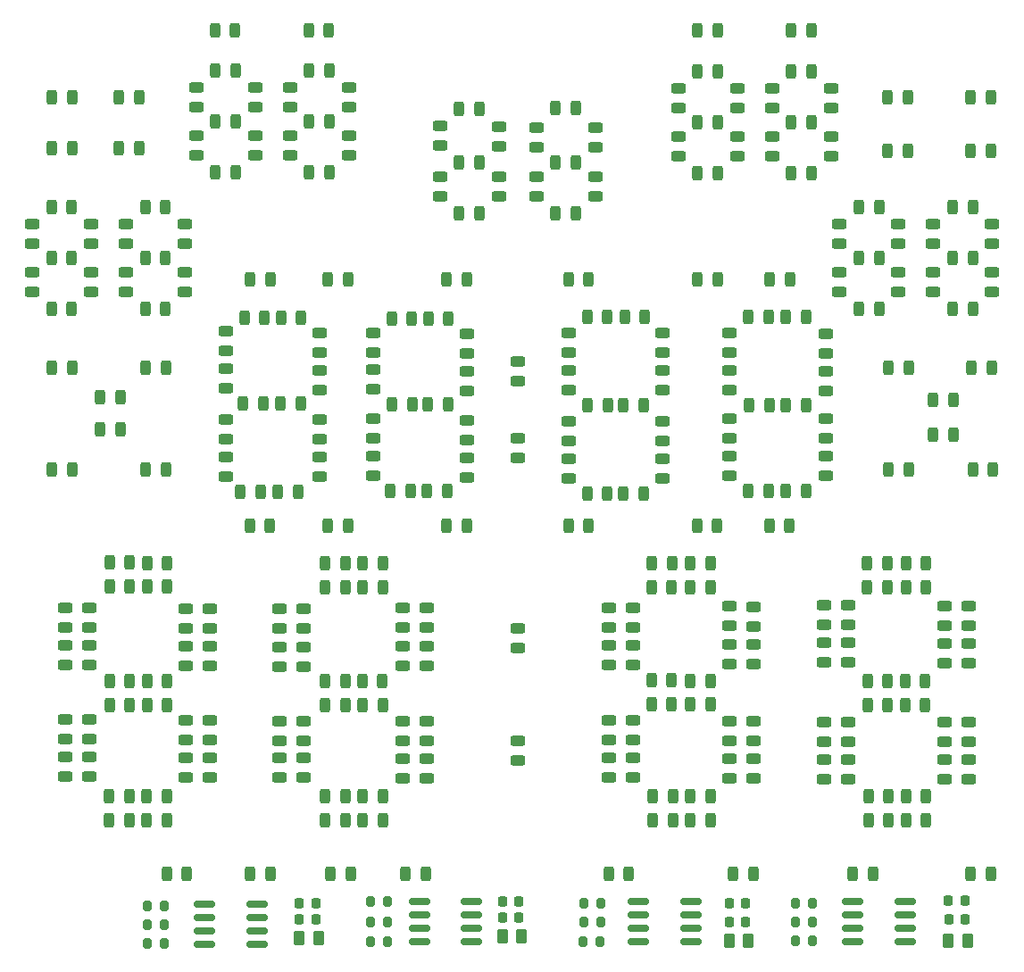
<source format=gtp>
G04 #@! TF.GenerationSoftware,KiCad,Pcbnew,8.0.3*
G04 #@! TF.CreationDate,2024-07-11T15:41:43-04:00*
G04 #@! TF.ProjectId,_HW_Mini-Scoreboard,5f48575f-4d69-46e6-992d-53636f726562,v1.0*
G04 #@! TF.SameCoordinates,Original*
G04 #@! TF.FileFunction,Paste,Top*
G04 #@! TF.FilePolarity,Positive*
%FSLAX46Y46*%
G04 Gerber Fmt 4.6, Leading zero omitted, Abs format (unit mm)*
G04 Created by KiCad (PCBNEW 8.0.3) date 2024-07-11 15:41:43*
%MOMM*%
%LPD*%
G01*
G04 APERTURE LIST*
G04 Aperture macros list*
%AMRoundRect*
0 Rectangle with rounded corners*
0 $1 Rounding radius*
0 $2 $3 $4 $5 $6 $7 $8 $9 X,Y pos of 4 corners*
0 Add a 4 corners polygon primitive as box body*
4,1,4,$2,$3,$4,$5,$6,$7,$8,$9,$2,$3,0*
0 Add four circle primitives for the rounded corners*
1,1,$1+$1,$2,$3*
1,1,$1+$1,$4,$5*
1,1,$1+$1,$6,$7*
1,1,$1+$1,$8,$9*
0 Add four rect primitives between the rounded corners*
20,1,$1+$1,$2,$3,$4,$5,0*
20,1,$1+$1,$4,$5,$6,$7,0*
20,1,$1+$1,$6,$7,$8,$9,0*
20,1,$1+$1,$8,$9,$2,$3,0*%
G04 Aperture macros list end*
%ADD10RoundRect,0.243750X-0.243750X-0.456250X0.243750X-0.456250X0.243750X0.456250X-0.243750X0.456250X0*%
%ADD11RoundRect,0.243750X-0.456250X0.243750X-0.456250X-0.243750X0.456250X-0.243750X0.456250X0.243750X0*%
%ADD12RoundRect,0.200000X-0.200000X-0.275000X0.200000X-0.275000X0.200000X0.275000X-0.200000X0.275000X0*%
%ADD13RoundRect,0.150000X-0.825000X-0.150000X0.825000X-0.150000X0.825000X0.150000X-0.825000X0.150000X0*%
%ADD14RoundRect,0.250000X0.262500X0.450000X-0.262500X0.450000X-0.262500X-0.450000X0.262500X-0.450000X0*%
%ADD15RoundRect,0.225000X-0.225000X-0.250000X0.225000X-0.250000X0.225000X0.250000X-0.225000X0.250000X0*%
G04 APERTURE END LIST*
D10*
X209864000Y-228854000D03*
X211739000Y-228854000D03*
D11*
X148844000Y-193137002D03*
X148844000Y-195012004D03*
D10*
X202516500Y-160098499D03*
X204391500Y-160098499D03*
X183212500Y-191770000D03*
X185087500Y-191770000D03*
D11*
X169164000Y-165275501D03*
X169164000Y-167150503D03*
X190246000Y-196850000D03*
X190246000Y-198725002D03*
D10*
X209864000Y-231140000D03*
X211739000Y-231140000D03*
D11*
X151638000Y-161622499D03*
X151638000Y-163497501D03*
X217073000Y-225376499D03*
X217073000Y-227251501D03*
D10*
X147906500Y-169672000D03*
X149781500Y-169672000D03*
X202516500Y-169750499D03*
X204391500Y-169750499D03*
X158320500Y-209042000D03*
X160195500Y-209042000D03*
D11*
X217073000Y-221820499D03*
X217073000Y-223695501D03*
D10*
X165940500Y-236220000D03*
X167815500Y-236220000D03*
D12*
X182817000Y-240792000D03*
X184467000Y-240792000D03*
D11*
X190246000Y-193294000D03*
X190246000Y-195169002D03*
D12*
X182752000Y-242697000D03*
X184402000Y-242697000D03*
D10*
X171020500Y-173579002D03*
X172895500Y-173579002D03*
X202008500Y-183404000D03*
X203883500Y-183404000D03*
D13*
X188025000Y-238887000D03*
X188025000Y-240157000D03*
X188025000Y-241427000D03*
X188025000Y-242697000D03*
X192975000Y-242697000D03*
X192975000Y-241427000D03*
X192975000Y-240157000D03*
X192975000Y-238887000D03*
D12*
X202883000Y-240792000D03*
X204533000Y-240792000D03*
D10*
X141302500Y-197866000D03*
X143177500Y-197866000D03*
D11*
X154002500Y-225200998D03*
X154002500Y-227076000D03*
D10*
X192943000Y-217932000D03*
X194818000Y-217932000D03*
X150622000Y-183485002D03*
X152497000Y-183485002D03*
D12*
X202883000Y-242570000D03*
X204533000Y-242570000D03*
D10*
X217835000Y-177800000D03*
X219710000Y-177800000D03*
D11*
X133682500Y-210976998D03*
X133682500Y-212852000D03*
D10*
X132334000Y-182626000D03*
X134209000Y-182626000D03*
D11*
X196596000Y-196596000D03*
X196596000Y-198471002D03*
D10*
X180164500Y-173560499D03*
X182039500Y-173560499D03*
D11*
X212676500Y-174576499D03*
X212676500Y-176451501D03*
X196596000Y-184912000D03*
X196596000Y-186787002D03*
X167972500Y-225298000D03*
X167972500Y-227173002D03*
X187452000Y-221644998D03*
X187452000Y-223520000D03*
D10*
X193548000Y-203200000D03*
X195423002Y-203200000D03*
D11*
X178308000Y-165432499D03*
X178308000Y-167307501D03*
X145112500Y-214630000D03*
X145112500Y-216505002D03*
D10*
X181356000Y-203200000D03*
X183231002Y-203200000D03*
X137903500Y-217932000D03*
X139778500Y-217932000D03*
X141459500Y-217932000D03*
X143334500Y-217932000D03*
X132412500Y-197866000D03*
X134287500Y-197866000D03*
D11*
X157734000Y-184912000D03*
X157734000Y-186787002D03*
D10*
X171020500Y-163673002D03*
X172895500Y-163673002D03*
X202516500Y-164924499D03*
X204391500Y-164924499D03*
D11*
X156288500Y-225200998D03*
X156288500Y-227076000D03*
X165686500Y-210976998D03*
X165686500Y-212852000D03*
X171704000Y-196752998D03*
X171704000Y-198628000D03*
D12*
X162600500Y-238887000D03*
X164250500Y-238887000D03*
D11*
X162814000Y-196596000D03*
X162814000Y-198471002D03*
X205740000Y-196596000D03*
X205740000Y-198471002D03*
D10*
X213341500Y-217932000D03*
X215216500Y-217932000D03*
D11*
X154940000Y-166194499D03*
X154940000Y-168069501D03*
X185166000Y-225200998D03*
X185166000Y-227076000D03*
X176530000Y-187608998D03*
X176530000Y-189484000D03*
D10*
X154099500Y-183493002D03*
X155974500Y-183493002D03*
X141459500Y-206756000D03*
X143334500Y-206756000D03*
X141381000Y-231140000D03*
X143256000Y-231140000D03*
X156796500Y-164846000D03*
X158671500Y-164846000D03*
D11*
X196596000Y-221742000D03*
X196596000Y-223617002D03*
X200660000Y-166272998D03*
X200660000Y-168148000D03*
X196596000Y-210820000D03*
X196596000Y-212695002D03*
X198882000Y-221742000D03*
X198882000Y-223617002D03*
X156288500Y-221742000D03*
X156288500Y-223617002D03*
D10*
X189290000Y-217908000D03*
X191165000Y-217908000D03*
D11*
X144955500Y-179148499D03*
X144955500Y-181023501D03*
X162814000Y-184912000D03*
X162814000Y-186787002D03*
D10*
X167972500Y-199898000D03*
X169847500Y-199898000D03*
D11*
X130477500Y-174576499D03*
X130477500Y-176451501D03*
D10*
X151208500Y-236220000D03*
X153083500Y-236220000D03*
D11*
X196596000Y-225298000D03*
X196596000Y-227173002D03*
D10*
X192943000Y-206756000D03*
X194818000Y-206756000D03*
X192943000Y-209042000D03*
X194818000Y-209042000D03*
D14*
X176934500Y-242189000D03*
X175109500Y-242189000D03*
D10*
X186593000Y-200152000D03*
X188468000Y-200152000D03*
D11*
X157734000Y-196693002D03*
X157734000Y-198568004D03*
D10*
X183134000Y-183388000D03*
X185009000Y-183388000D03*
X158574499Y-203200000D03*
X160449501Y-203200000D03*
X168051000Y-191691501D03*
X169926000Y-191691501D03*
X150271000Y-199995002D03*
X152146000Y-199995002D03*
D11*
X139367500Y-179148499D03*
X139367500Y-181023501D03*
D10*
X213420000Y-231140000D03*
X215295000Y-231140000D03*
D11*
X200660000Y-161700998D03*
X200660000Y-163576000D03*
X176530000Y-194896499D03*
X176530000Y-196771501D03*
D10*
X156796500Y-160020000D03*
X158671500Y-160020000D03*
X137903500Y-209026000D03*
X139778500Y-209026000D03*
X219534500Y-167640000D03*
X221409500Y-167640000D03*
D11*
X207088500Y-179148499D03*
X207088500Y-181023501D03*
X135968500Y-214532998D03*
X135968500Y-216408000D03*
X145112500Y-221644998D03*
X145112500Y-223520000D03*
X154002500Y-221742000D03*
X154002500Y-223617002D03*
D10*
X147906500Y-164846000D03*
X149781500Y-164846000D03*
X213341500Y-220218000D03*
X215216500Y-220218000D03*
D11*
X215978500Y-179148499D03*
X215978500Y-181023501D03*
D10*
X208945000Y-172974000D03*
X210820000Y-172974000D03*
X161876500Y-220218000D03*
X163751500Y-220218000D03*
X215978500Y-194564000D03*
X217853500Y-194564000D03*
D11*
X185166000Y-214532998D03*
X185166000Y-216408000D03*
D10*
X186690000Y-183388000D03*
X188565000Y-183388000D03*
D11*
X176530000Y-223598499D03*
X176530000Y-225473501D03*
X160528000Y-166194499D03*
X160528000Y-168069501D03*
D10*
X209785500Y-217932000D03*
X211660500Y-217932000D03*
D11*
X205643000Y-214278998D03*
X205643000Y-216154000D03*
D10*
X141381000Y-228854000D03*
X143256000Y-228854000D03*
D11*
X147398500Y-221644998D03*
X147398500Y-223520000D03*
D10*
X138762500Y-162560000D03*
X140637500Y-162560000D03*
D11*
X219359000Y-210820000D03*
X219359000Y-212695002D03*
X167972500Y-214630000D03*
X167972500Y-216505002D03*
X205740000Y-193040000D03*
X205740000Y-194915002D03*
X154002500Y-211074000D03*
X154002500Y-212949002D03*
D10*
X219710000Y-197866000D03*
X221585000Y-197866000D03*
D15*
X175096500Y-238887000D03*
X176646500Y-238887000D03*
D11*
X212676500Y-179148499D03*
X212676500Y-181023501D03*
X181356000Y-184912000D03*
X181356000Y-186787002D03*
X198882000Y-225298000D03*
X198882000Y-227173002D03*
D12*
X182817000Y-239014000D03*
X184467000Y-239014000D03*
D10*
X180164500Y-163576000D03*
X182039500Y-163576000D03*
D13*
X208345000Y-238887000D03*
X208345000Y-240157000D03*
X208345000Y-241427000D03*
X208345000Y-242697000D03*
X213295000Y-242697000D03*
X213295000Y-241427000D03*
X213295000Y-240157000D03*
X213295000Y-238887000D03*
D10*
X200484500Y-179832000D03*
X202359500Y-179832000D03*
X164495000Y-199898000D03*
X166370000Y-199898000D03*
X158320500Y-220218000D03*
X160195500Y-220218000D03*
X132412500Y-167386000D03*
X134287500Y-167386000D03*
D11*
X181356000Y-193294000D03*
X181356000Y-195169002D03*
X198882000Y-214454499D03*
X198882000Y-216329501D03*
X196596000Y-193040000D03*
X196596000Y-194915002D03*
X130477500Y-179148499D03*
X130477500Y-181023501D03*
X205643000Y-225376499D03*
X205643000Y-227251501D03*
D10*
X185166000Y-236220000D03*
X187041000Y-236220000D03*
X198531000Y-191770000D03*
X200406000Y-191770000D03*
D11*
X207929000Y-225376499D03*
X207929000Y-227251501D03*
X154940000Y-161622499D03*
X154940000Y-163497501D03*
D10*
X141459500Y-209026000D03*
X143334500Y-209026000D03*
D11*
X221566500Y-179148499D03*
X221566500Y-181023501D03*
D10*
X197007000Y-236220000D03*
X198882000Y-236220000D03*
X200406000Y-203200000D03*
X202281002Y-203200000D03*
D13*
X167235500Y-238887000D03*
X167235500Y-240157000D03*
X167235500Y-241427000D03*
X167235500Y-242697000D03*
X172185500Y-242697000D03*
X172185500Y-241427000D03*
X172185500Y-240157000D03*
X172185500Y-238887000D03*
D10*
X171020500Y-168753002D03*
X172895500Y-168753002D03*
X137825000Y-231140000D03*
X139700000Y-231140000D03*
X161876500Y-209042000D03*
X163751500Y-209042000D03*
X136984500Y-194056000D03*
X138859500Y-194056000D03*
D11*
X162814000Y-193040000D03*
X162814000Y-194915002D03*
D10*
X168069500Y-183563501D03*
X169944500Y-183563501D03*
X147906500Y-160020000D03*
X149781500Y-160020000D03*
D11*
X133685206Y-221560894D03*
X133685206Y-223435896D03*
X196596000Y-214454499D03*
X196596000Y-216329501D03*
X139367500Y-174576499D03*
X139367500Y-176451501D03*
X148844000Y-196693002D03*
X148844000Y-198568004D03*
X196596000Y-188467999D03*
X196596000Y-190343001D03*
X207088500Y-174576499D03*
X207088500Y-176451501D03*
D10*
X137903500Y-220218000D03*
X139778500Y-220218000D03*
D15*
X196596000Y-240792000D03*
X198146000Y-240792000D03*
D11*
X145112500Y-211074000D03*
X145112500Y-212949002D03*
X165686500Y-214630000D03*
X165686500Y-216505002D03*
D10*
X151208500Y-179832000D03*
X153083500Y-179832000D03*
X189308500Y-206756000D03*
X191183500Y-206756000D03*
D11*
X133682500Y-225122499D03*
X133682500Y-226997501D03*
X144955500Y-174576499D03*
X144955500Y-176451501D03*
X217073000Y-214376000D03*
X217073000Y-216251002D03*
D10*
X141223999Y-172974000D03*
X143099001Y-172974000D03*
D15*
X196596000Y-239014000D03*
X198146000Y-239014000D03*
D11*
X136065500Y-174576499D03*
X136065500Y-176451501D03*
X205740000Y-184990499D03*
X205740000Y-186865501D03*
D10*
X186593000Y-191770000D03*
X188468000Y-191770000D03*
X193626500Y-164924499D03*
X195501500Y-164924499D03*
X158320500Y-217932000D03*
X160195500Y-217932000D03*
D11*
X217073000Y-210820000D03*
X217073000Y-212695002D03*
D10*
X158320500Y-228854000D03*
X160195500Y-228854000D03*
X198452500Y-183388000D03*
X200327500Y-183388000D03*
D12*
X141409000Y-242890000D03*
X143059000Y-242890000D03*
D11*
X171704000Y-188546499D03*
X171704000Y-190421501D03*
X207929000Y-210722998D03*
X207929000Y-212598000D03*
X151638000Y-166194499D03*
X151638000Y-168069501D03*
D10*
X156796500Y-169672000D03*
X158671500Y-169672000D03*
D11*
X207929000Y-214278998D03*
X207929000Y-216154000D03*
D10*
X161876500Y-228870000D03*
X163751500Y-228870000D03*
D11*
X146050000Y-161622499D03*
X146050000Y-163497501D03*
D10*
X211660500Y-162560000D03*
X213535500Y-162560000D03*
X215978500Y-191262000D03*
X217853500Y-191262000D03*
D11*
X206248000Y-166272998D03*
X206248000Y-168148000D03*
X219359000Y-221820499D03*
X219359000Y-223695501D03*
X205643000Y-210722998D03*
X205643000Y-212598000D03*
X176530000Y-212930499D03*
X176530000Y-214805501D03*
X215978500Y-174576499D03*
X215978500Y-176451501D03*
D10*
X137825000Y-228854000D03*
X139700000Y-228854000D03*
X192943000Y-228854000D03*
X194818000Y-228854000D03*
X136984500Y-191008000D03*
X138859500Y-191008000D03*
D11*
X185166000Y-210976998D03*
X185166000Y-212852000D03*
D10*
X217835000Y-172974000D03*
X219710000Y-172974000D03*
X193626500Y-156210000D03*
X195501500Y-156210000D03*
X161876500Y-231140000D03*
X163751500Y-231140000D03*
D11*
X160528000Y-161622499D03*
X160528000Y-163497501D03*
D10*
X132333999Y-172974000D03*
X134209001Y-172974000D03*
X211739000Y-197866000D03*
X213614000Y-197866000D03*
D11*
X197358000Y-161700998D03*
X197358000Y-163576000D03*
D10*
X181356000Y-179832000D03*
X183231000Y-179832000D03*
D11*
X133682500Y-214532998D03*
X133682500Y-216408000D03*
X178308000Y-170082998D03*
X178308000Y-171958000D03*
D10*
X141224000Y-182626000D03*
X143099000Y-182626000D03*
D11*
X135968500Y-225122499D03*
X135968500Y-226997501D03*
D10*
X132334000Y-177800000D03*
X134209000Y-177800000D03*
D11*
X171704000Y-184990499D03*
X171704000Y-186865501D03*
X135973594Y-221560894D03*
X135973594Y-223435896D03*
X148844000Y-184755002D03*
X148844000Y-186630004D03*
D10*
X219534500Y-162560000D03*
X221409500Y-162560000D03*
X208358500Y-236220000D03*
X210233500Y-236220000D03*
X183134000Y-200152000D03*
X185009000Y-200152000D03*
D14*
X219202000Y-242570000D03*
X217377000Y-242570000D03*
D10*
X192943000Y-220194000D03*
X194818000Y-220194000D03*
X164592000Y-183563501D03*
X166467000Y-183563501D03*
D11*
X205643000Y-221820499D03*
X205643000Y-223695501D03*
D10*
X161876500Y-206756000D03*
X163751500Y-206756000D03*
X189387000Y-228854000D03*
X191262000Y-228854000D03*
D14*
X157687500Y-242382000D03*
X155862500Y-242382000D03*
D10*
X158320500Y-206756000D03*
X160195500Y-206756000D03*
D11*
X147398500Y-211074000D03*
X147398500Y-212949002D03*
X157734000Y-188468000D03*
X157734000Y-190343002D03*
X136065500Y-179148499D03*
X136065500Y-181023501D03*
X221566500Y-174576499D03*
X221566500Y-176451501D03*
X148844000Y-188311002D03*
X148844000Y-190186004D03*
D10*
X192943000Y-231140000D03*
X194818000Y-231140000D03*
D11*
X190246000Y-184912000D03*
X190246000Y-186787002D03*
D10*
X209707000Y-209042000D03*
X211582000Y-209042000D03*
D11*
X156288500Y-211074000D03*
X156288500Y-212949002D03*
X207929000Y-221820499D03*
X207929000Y-223695501D03*
D12*
X141409000Y-239334000D03*
X143059000Y-239334000D03*
D11*
X181356000Y-188468000D03*
X181356000Y-190343002D03*
X154002500Y-214708499D03*
X154002500Y-216583501D03*
D10*
X141302500Y-188214000D03*
X143177500Y-188214000D03*
D11*
X169164000Y-170101501D03*
X169164000Y-171976503D03*
D10*
X202008500Y-199898000D03*
X203883500Y-199898000D03*
D11*
X185166000Y-221644998D03*
X185166000Y-223520000D03*
X174752000Y-165354000D03*
X174752000Y-167229002D03*
D10*
X153827000Y-199995002D03*
X155702000Y-199995002D03*
D11*
X135968500Y-210976998D03*
X135968500Y-212852000D03*
D10*
X164670500Y-191691501D03*
X166545500Y-191691501D03*
X169828998Y-203200000D03*
X171704000Y-203200000D03*
D11*
X190246000Y-188468000D03*
X190246000Y-190343002D03*
D15*
X217424000Y-240538000D03*
X218974000Y-240538000D03*
D10*
X211660500Y-167640000D03*
X213535500Y-167640000D03*
D11*
X191770000Y-166272998D03*
X191770000Y-168148000D03*
D10*
X213360000Y-209042000D03*
X215235000Y-209042000D03*
D11*
X165686500Y-221742000D03*
X165686500Y-223617002D03*
D10*
X137903500Y-206740000D03*
X139778500Y-206740000D03*
D11*
X219359000Y-225400499D03*
X219359000Y-227275501D03*
X183896000Y-170082998D03*
X183896000Y-171958000D03*
X145112500Y-225200998D03*
X145112500Y-227076000D03*
D15*
X155862500Y-240604000D03*
X157412500Y-240604000D03*
D10*
X219613000Y-188214000D03*
X221488000Y-188214000D03*
X151130000Y-203200000D03*
X153005002Y-203200000D03*
D11*
X181356000Y-196850000D03*
X181356000Y-198725002D03*
D10*
X208945000Y-177800000D03*
X210820000Y-177800000D03*
X198452500Y-199898000D03*
X200327500Y-199898000D03*
X189387000Y-231140000D03*
X191262000Y-231140000D03*
D15*
X217411000Y-238760000D03*
X218961000Y-238760000D03*
D12*
X141409000Y-241112000D03*
X143059000Y-241112000D03*
D14*
X198421000Y-242570000D03*
X196596000Y-242570000D03*
D11*
X156288500Y-214708499D03*
X156288500Y-216583501D03*
D10*
X193626500Y-169750499D03*
X195501500Y-169750499D03*
D11*
X183896000Y-165432499D03*
X183896000Y-167307501D03*
D10*
X193626500Y-160098499D03*
X195501500Y-160098499D03*
D11*
X171704000Y-193196998D03*
X171704000Y-195072000D03*
D10*
X161798000Y-217956000D03*
X163673000Y-217956000D03*
X219534500Y-236220000D03*
X221409500Y-236220000D03*
D11*
X165686500Y-225314000D03*
X165686500Y-227189002D03*
D10*
X132412500Y-188214000D03*
X134287500Y-188214000D03*
D12*
X162600500Y-242697000D03*
X164250500Y-242697000D03*
D11*
X157734000Y-193137002D03*
X157734000Y-195012004D03*
X167972500Y-210976998D03*
X167972500Y-212852000D03*
X187452000Y-225200998D03*
X187452000Y-227076000D03*
X197358000Y-166272998D03*
X197358000Y-168148000D03*
X147398500Y-225200998D03*
X147398500Y-227076000D03*
D10*
X154081000Y-191621002D03*
X155956000Y-191621002D03*
D11*
X146050000Y-166194499D03*
X146050000Y-168069501D03*
D10*
X189290000Y-220194000D03*
X191165000Y-220194000D03*
X141459500Y-220218000D03*
X143334500Y-220218000D03*
D11*
X147398500Y-214654000D03*
X147398500Y-216529002D03*
D12*
X162600500Y-240792000D03*
X164250500Y-240792000D03*
D10*
X209707000Y-206756000D03*
X211582000Y-206756000D03*
D11*
X167972500Y-221742000D03*
X167972500Y-223617002D03*
X205740000Y-188546499D03*
X205740000Y-190421501D03*
D10*
X158320500Y-231140000D03*
X160195500Y-231140000D03*
D15*
X155849500Y-239080000D03*
X157399500Y-239080000D03*
D12*
X202883000Y-239014000D03*
X204533000Y-239014000D03*
D11*
X162814000Y-188389501D03*
X162814000Y-190264503D03*
X174752000Y-170101501D03*
X174752000Y-171976503D03*
D10*
X208945000Y-182626000D03*
X210820000Y-182626000D03*
D11*
X187452000Y-214532998D03*
X187452000Y-216408000D03*
D10*
X156718000Y-156210000D03*
X158593000Y-156210000D03*
X141224000Y-177800000D03*
X143099000Y-177800000D03*
X147828000Y-156210000D03*
X149703000Y-156210000D03*
D11*
X206248000Y-161700998D03*
X206248000Y-163576000D03*
D10*
X132412500Y-162560000D03*
X134287500Y-162560000D03*
X189230000Y-209042000D03*
X191105000Y-209042000D03*
X158574499Y-179832000D03*
X160449501Y-179832000D03*
X169829000Y-179832000D03*
X171704000Y-179832000D03*
D15*
X175096500Y-240411000D03*
X176646500Y-240411000D03*
D11*
X198882000Y-210898499D03*
X198882000Y-212773501D03*
X191770000Y-161700998D03*
X191770000Y-163576000D03*
D10*
X180164500Y-168734499D03*
X182039500Y-168734499D03*
X211739000Y-188214000D03*
X213614000Y-188214000D03*
D13*
X146877000Y-239141000D03*
X146877000Y-240411000D03*
X146877000Y-241681000D03*
X146877000Y-242951000D03*
X151827000Y-242951000D03*
X151827000Y-241681000D03*
X151827000Y-240411000D03*
X151827000Y-239141000D03*
D10*
X193626500Y-179832000D03*
X195501500Y-179832000D03*
D11*
X219359000Y-214376000D03*
X219359000Y-216251002D03*
D10*
X213360000Y-206772000D03*
X215235000Y-206772000D03*
D11*
X187452000Y-210976998D03*
X187452000Y-212852000D03*
D10*
X217835000Y-182626000D03*
X219710000Y-182626000D03*
X138762500Y-167386000D03*
X140637500Y-167386000D03*
X158828500Y-236220000D03*
X160703500Y-236220000D03*
X202008500Y-191770000D03*
X203883500Y-191770000D03*
X143256000Y-236220000D03*
X145131000Y-236220000D03*
X202516500Y-156210000D03*
X204391500Y-156210000D03*
X150525000Y-191613002D03*
X152400000Y-191613002D03*
X209785500Y-220218000D03*
X211660500Y-220218000D03*
X213420000Y-228854000D03*
X215295000Y-228854000D03*
M02*

</source>
